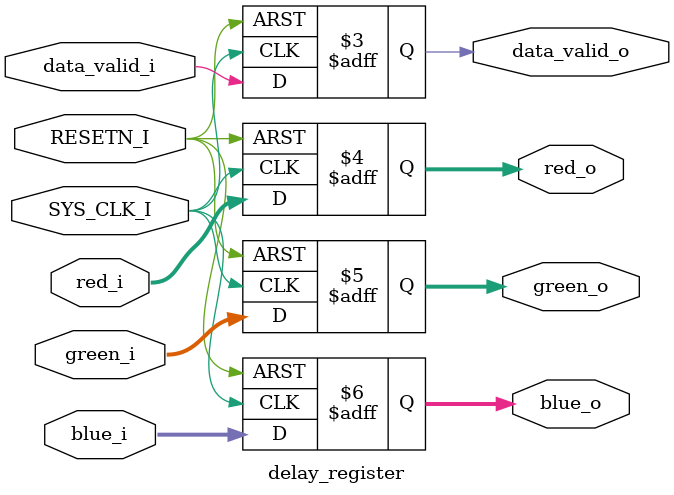
<source format=v>

module delay_register
   (
    // Inputs
    input	     SYS_CLK_I,
    input	     RESETN_I,

    input	     data_valid_i,
    input [7:0]	     red_i,
    input [7:0]	     green_i,
    input [7:0]	     blue_i,
   
    // Outputs
    output reg	     data_valid_o,
    output reg [7:0] red_o,
    output reg [7:0] green_o,
    output reg [7:0] blue_o
    );


   // Pipeline Logic
   always@(posedge SYS_CLK_I or negedge RESETN_I)
     if(~RESETN_I)
       begin
	  data_valid_o <= 1'b0;
	  red_o <= 8'h0;
	  green_o <= 8'h0;
	  blue_o <= 8'h0;	
       end
     else
       begin
	  data_valid_o <= data_valid_i;
	  red_o <= red_i;
	  green_o <= green_i;
	  blue_o <= blue_i;		
       end


endmodule

</source>
